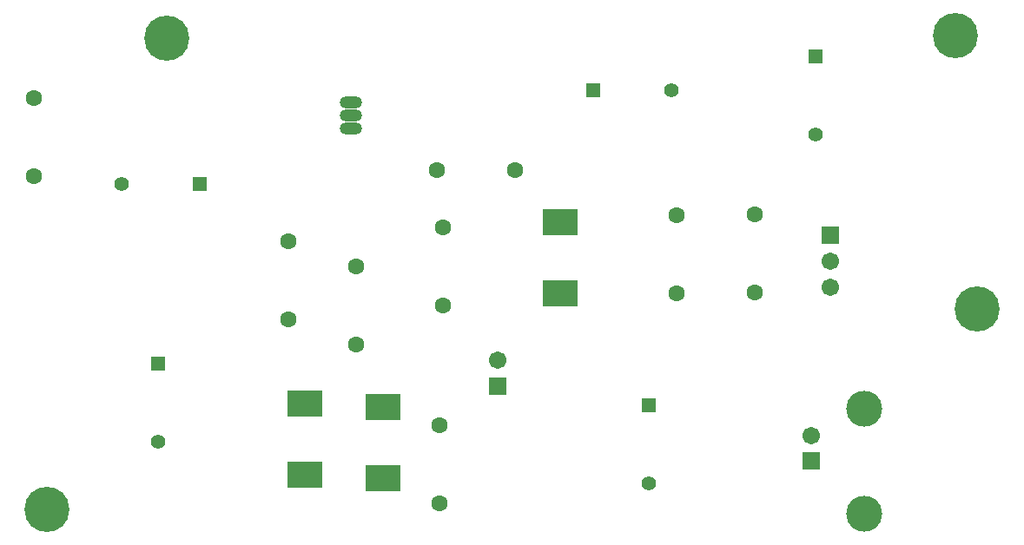
<source format=gts>
G04*
G04 #@! TF.GenerationSoftware,Altium Limited,Altium Designer,20.0.9 (164)*
G04*
G04 Layer_Color=8388736*
%FSLAX25Y25*%
%MOIN*%
G70*
G01*
G75*
%ADD16R,0.13792X0.10249*%
%ADD17C,0.05524*%
%ADD18R,0.05524X0.05524*%
%ADD19C,0.06706*%
%ADD20R,0.06706X0.06706*%
%ADD21R,0.06706X0.06706*%
%ADD22C,0.13792*%
%ADD23O,0.08674X0.04737*%
%ADD24O,0.08674X0.04737*%
%ADD25C,0.06312*%
%ADD26C,0.17300*%
%ADD27R,0.05524X0.05524*%
D16*
X142000Y52500D02*
D03*
Y25138D02*
D03*
X210000Y123500D02*
D03*
Y96138D02*
D03*
X112000Y53862D02*
D03*
Y26500D02*
D03*
D17*
X55500Y39000D02*
D03*
X252500Y174000D02*
D03*
X308000Y157000D02*
D03*
X244000Y23000D02*
D03*
X41500Y138000D02*
D03*
D18*
X55500Y69000D02*
D03*
X308000Y187000D02*
D03*
X244000Y53000D02*
D03*
D19*
X313500Y98500D02*
D03*
Y108500D02*
D03*
X306421Y41421D02*
D03*
X186000Y70500D02*
D03*
D20*
X313500Y118500D02*
D03*
X186000Y60500D02*
D03*
D21*
X306421Y31579D02*
D03*
D22*
X326500Y51657D02*
D03*
Y11500D02*
D03*
D23*
X129500Y159500D02*
D03*
D24*
Y164500D02*
D03*
Y169500D02*
D03*
D25*
X8000Y141000D02*
D03*
Y171000D02*
D03*
X284500Y96500D02*
D03*
Y126500D02*
D03*
X254500Y126000D02*
D03*
Y96000D02*
D03*
X165000Y121500D02*
D03*
Y91500D02*
D03*
X163500Y45500D02*
D03*
Y15500D02*
D03*
X162500Y143500D02*
D03*
X192500D02*
D03*
X131500Y106500D02*
D03*
Y76500D02*
D03*
X105500Y116000D02*
D03*
Y86000D02*
D03*
D26*
X370000Y90000D02*
D03*
X361500Y195000D02*
D03*
X59000Y194000D02*
D03*
X13000Y13000D02*
D03*
D27*
X222500Y174000D02*
D03*
X71500Y138000D02*
D03*
M02*

</source>
